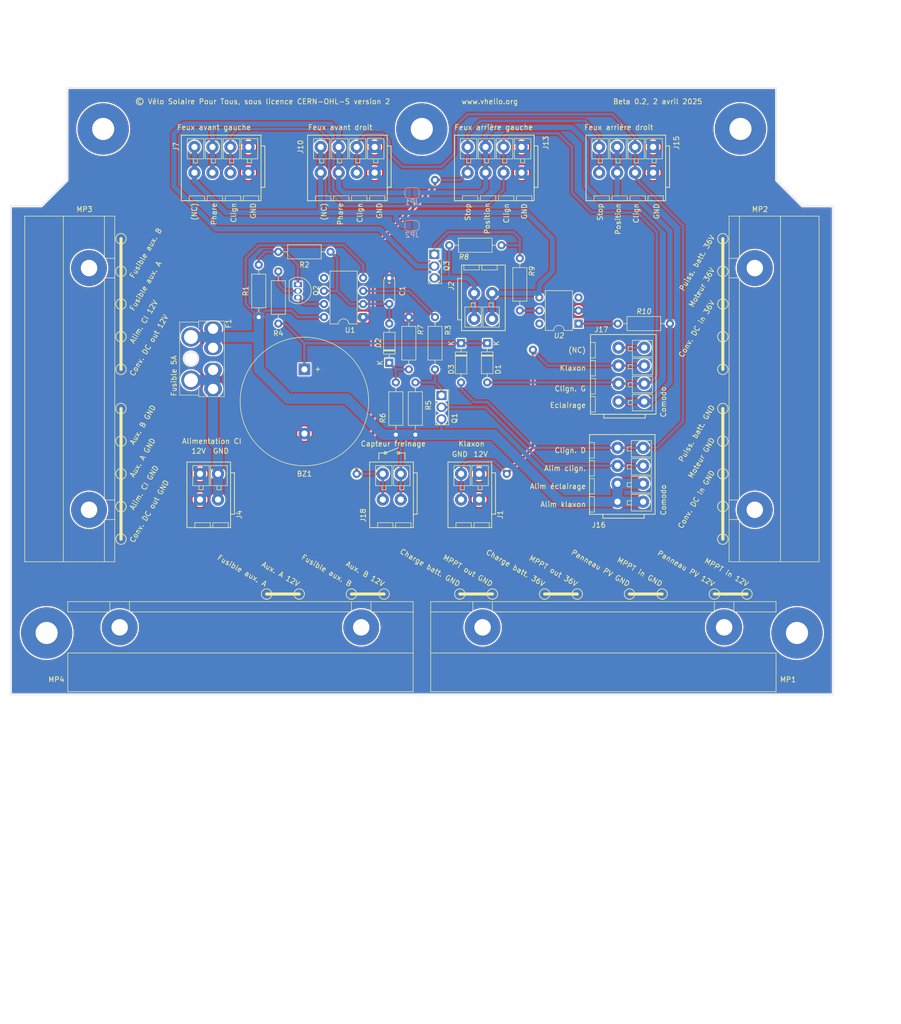
<source format=kicad_pcb>
(kicad_pcb (version 20211014) (generator pcbnew)

  (general
    (thickness 1.6)
  )

  (paper "A4")
  (layers
    (0 "F.Cu" signal)
    (31 "B.Cu" signal)
    (32 "B.Adhes" user "B.Adhesive")
    (33 "F.Adhes" user "F.Adhesive")
    (34 "B.Paste" user)
    (35 "F.Paste" user)
    (36 "B.SilkS" user "B.Silkscreen")
    (37 "F.SilkS" user "F.Silkscreen")
    (38 "B.Mask" user)
    (39 "F.Mask" user)
    (40 "Dwgs.User" user "User.Drawings")
    (41 "Cmts.User" user "User.Comments")
    (42 "Eco1.User" user "User.Eco1")
    (43 "Eco2.User" user "User.Eco2")
    (44 "Edge.Cuts" user)
    (45 "Margin" user)
    (46 "B.CrtYd" user "B.Courtyard")
    (47 "F.CrtYd" user "F.Courtyard")
    (48 "B.Fab" user)
    (49 "F.Fab" user)
    (50 "User.1" user)
    (51 "User.2" user)
    (52 "User.3" user)
    (53 "User.4" user)
    (54 "User.5" user)
    (55 "User.6" user)
    (56 "User.7" user)
    (57 "User.8" user)
    (58 "User.9" user)
  )

  (setup
    (stackup
      (layer "F.SilkS" (type "Top Silk Screen"))
      (layer "F.Paste" (type "Top Solder Paste"))
      (layer "F.Mask" (type "Top Solder Mask") (thickness 0.01))
      (layer "F.Cu" (type "copper") (thickness 0.035))
      (layer "dielectric 1" (type "core") (thickness 1.51) (material "FR4") (epsilon_r 4.5) (loss_tangent 0.02))
      (layer "B.Cu" (type "copper") (thickness 0.035))
      (layer "B.Mask" (type "Bottom Solder Mask") (thickness 0.01))
      (layer "B.Paste" (type "Bottom Solder Paste"))
      (layer "B.SilkS" (type "Bottom Silk Screen"))
      (copper_finish "None")
      (dielectric_constraints no)
    )
    (pad_to_mask_clearance 0)
    (pcbplotparams
      (layerselection 0x00010e0_ffffffff)
      (disableapertmacros false)
      (usegerberextensions false)
      (usegerberattributes true)
      (usegerberadvancedattributes true)
      (creategerberjobfile true)
      (svguseinch false)
      (svgprecision 6)
      (excludeedgelayer true)
      (plotframeref false)
      (viasonmask false)
      (mode 1)
      (useauxorigin false)
      (hpglpennumber 1)
      (hpglpenspeed 20)
      (hpglpendiameter 15.000000)
      (dxfpolygonmode true)
      (dxfimperialunits true)
      (dxfusepcbnewfont true)
      (psnegative false)
      (psa4output false)
      (plotreference true)
      (plotvalue true)
      (plotinvisibletext false)
      (sketchpadsonfab false)
      (subtractmaskfromsilk false)
      (outputformat 1)
      (mirror false)
      (drillshape 0)
      (scaleselection 1)
      (outputdirectory "")
    )
  )

  (net 0 "")
  (net 1 "GND")
  (net 2 "Net-(F1-Pad2)")
  (net 3 "Net-(D1-Pad2)")
  (net 4 "Net-(D3-Pad2)")
  (net 5 "/Phares")
  (net 6 "Net-(J13-Pad4)")
  (net 7 "Net-(J1-Pad2)")
  (net 8 "/Flasher/Out")
  (net 9 "unconnected-(J17-Pad4)")
  (net 10 "/12V_5A")
  (net 11 "Net-(Q1-Pad1)")
  (net 12 "Net-(C1-Pad1)")
  (net 13 "Net-(Q2-Pad1)")
  (net 14 "unconnected-(U1-Pad5)")
  (net 15 "Net-(Q2-Pad2)")
  (net 16 "/Flasher/Enable")
  (net 17 "Net-(Q2-Pad3)")
  (net 18 "Net-(R3-Pad1)")
  (net 19 "Net-(D2-Pad1)")
  (net 20 "Net-(J2-Pad1)")
  (net 21 "Net-(J10-Pad4)")
  (net 22 "Net-(J10-Pad3)")
  (net 23 "Net-(Q3-Pad1)")
  (net 24 "Net-(R9-Pad2)")
  (net 25 "Net-(R10-Pad1)")
  (net 26 "unconnected-(U2-Pad3)")
  (net 27 "unconnected-(U2-Pad6)")

  (footprint "circuit:Wago_221-500_SplicingConnectorHolder" (layer "F.Cu") (at 95.25 82.55 90))

  (footprint "circuit:MountingHole_5mm" (layer "F.Cu") (at 87 130))

  (footprint "circuit:Buzzer_25x16_12.5" (layer "F.Cu") (at 137.16 78.74 -90))

  (footprint "circuit:Wago_221-500_SplicingConnectorHolder" (layer "F.Cu") (at 124.714 128.905 180))

  (footprint "circuit:Generic_FuseHolder_MINI" (layer "F.Cu") (at 119.38 70.85 -90))

  (footprint "Resistor_THT:R_Axial_DIN0207_L6.3mm_D2.5mm_P10.16mm_Horizontal" (layer "F.Cu") (at 165.33 54.61))

  (footprint "circuit:TerminalBlock_Wago_2601-3102_1x02_P3.50mm_Vertical" (layer "F.Cu") (at 120.340003 104.06 180))

  (footprint "Resistor_THT:R_Axial_DIN0207_L6.3mm_D2.5mm_P10.16mm_Horizontal" (layer "F.Cu") (at 162.56 68.58 -90))

  (footprint "circuit:MountingHole_5mm" (layer "F.Cu") (at 98 32))

  (footprint "circuit:TerminalBlock_Wago_2601-3104_1x04_P3.50mm_Vertical" (layer "F.Cu") (at 179.4 40.5 180))

  (footprint "Package_DIP:DIP-8_W7.62mm" (layer "F.Cu") (at 148.59 68.58 180))

  (footprint "circuit:Strap_D2.0mm_Drill1.0mm" (layer "F.Cu") (at 176.53 99.06))

  (footprint "circuit:TerminalBlock_Wago_2601-3104_1x04_P3.50mm_Vertical" (layer "F.Cu") (at 205 40.5 180))

  (footprint "Resistor_THT:R_Axial_DIN0207_L6.3mm_D2.5mm_P10.16mm_Horizontal" (layer "F.Cu") (at 179.07 57.15 -90))

  (footprint "circuit:MountingHole_5mm" (layer "F.Cu") (at 222 32))

  (footprint "Diode_THT:D_DO-35_SOD27_P7.62mm_Horizontal" (layer "F.Cu") (at 172.72 73.66 -90))

  (footprint "Resistor_THT:R_Axial_DIN0207_L6.3mm_D2.5mm_P10.16mm_Horizontal" (layer "F.Cu") (at 198.12 69.85))

  (footprint "circuit:TO-92L_Inline" (layer "F.Cu") (at 135.89 62.23 -90))

  (footprint "circuit:TerminalBlock_Wago_2601-3104_1x04_P3.50mm_Vertical" (layer "F.Cu") (at 126.26 40.5 180))

  (footprint "circuit:TO-251-3_Vertical" (layer "F.Cu") (at 162.44 56.38 -90))

  (footprint "Resistor_THT:R_Axial_DIN0207_L6.3mm_D2.5mm_P10.16mm_Horizontal" (layer "F.Cu") (at 157.48 78.74 90))

  (footprint "circuit:TerminalBlock_Wago_2601-3104_1x04_P3.50mm_Vertical" (layer "F.Cu") (at 198.07 104.480004 90))

  (footprint "Resistor_THT:R_Axial_DIN0207_L6.3mm_D2.5mm_P10.16mm_Horizontal" (layer "F.Cu") (at 158.75 91.44 90))

  (footprint "circuit:Wago_221-500_SplicingConnectorHolder" (layer "F.Cu") (at 224.79 82.55 -90))

  (footprint "Resistor_THT:R_Axial_DIN0207_L6.3mm_D2.5mm_P10.16mm_Horizontal" (layer "F.Cu") (at 132.08 59.69 -90))

  (footprint "circuit:MountingHole_5mm" (layer "F.Cu") (at 160 32))

  (footprint "Resistor_THT:R_Axial_DIN0207_L6.3mm_D2.5mm_P10.16mm_Horizontal" (layer "F.Cu") (at 154.94 91.44 90))

  (footprint "circuit:Strap_D2.0mm_Drill1.0mm" (layer "F.Cu") (at 147.32 99.06))

  (footprint "Resistor_THT:R_Axial_DIN0207_L6.3mm_D2.5mm_P10.16mm_Horizontal" (layer "F.Cu") (at 128.27 68.58 90))

  (footprint "Resistor_THT:R_Axial_DIN0207_L6.3mm_D2.5mm_P10.16mm_Horizontal" (layer "F.Cu") (at 132.08 55.88))

  (footprint "circuit:Strap_D2.0mm_Drill1.0mm" (layer "F.Cu") (at 181.61 74.93))

  (footprint "Package_DIP:DIP-6_W7.62mm" (layer "F.Cu") (at 190.49 69.85 180))

  (footprint "Capacitor_THT:C_Disc_D4.3mm_W1.9mm_P5.00mm" (layer "F.Cu") (at 153.67 66 90))

  (footprint "circuit:Strap_D2.0mm_Drill1.0mm" (layer "F.Cu") (at 162.549996 41.91))

  (footprint "circuit:TerminalBlock_Wago_2601-3102_1x02_P3.50mm_Vertical" (layer "F.Cu") (at 170.18 63.9199))

  (footprint "Diode_THT:D_DO-35_SOD27_P7.62mm_Horizontal" (layer "F.Cu") (at 167.64 73.66 -90))

  (footprint "circuit:TerminalBlock_Wago_2601-3102_1x02_P3.50mm_Vertical" (layer "F.Cu") (at 171.140003 104.06 180))

  (footprint "circuit:Wago_221-500_SplicingConnectorHolder" (layer "F.Cu") (at 195.326 128.905 180))

  (footprint "circuit:TerminalBlock_Wago_2601-3102_1x02_P3.50mm_Vertical" (layer "F.Cu") (at 155.900003 104.06 180))

  (footprint "circuit:TerminalBlock_Wago_2601-3104_1x04_P3.50mm_Vertical" (layer "F.Cu")
    (tedit 67E5B593) (tstamp f0bb7a02-0e1b-4bf1-a79e-b4feecadb0c8)
    (at 198.2698 85.014998 90)
    (tags "Wago 2601-3104")
    (property "Sheetfile" "circuit.kicad_sch")
    (property "Sheetname" "")
    (path "/90f52f81-ab5d-4820-9fad-61f0087c4bbf")
    (attr through_hole)
    (fp_text reference "J17" (at 14.014998 -4.7698 unlocked) (layer "F.SilkS")
      (effects (font (size 1 1) (thickness 0.15)) (justify left))
      (tstamp 00f6a67c-a032-469e-9560-b139d4e1b4a7)
    )
    (fp_text value "Conn_Comodo_B" (at 4.925002 -2.9599 90 unlocked) (layer "F.Fab")
      (effects (font (size 1 1) (thickness 0.15)))
      (tstamp 4d65018e-4d1b-43c4-a8bd-5faea86df2b4)
    )
    (fp_text user "${REFERENCE}" (at -2.5 -3.5 90 unlocked) (layer "F.Fab")
      (effects (font (size 1 1) (thickness 0.15)) (justify left))
      (tstamp 382ce14f-0b78-4c2d-9fe1-67023cc607e4)
    )
    (fp_line (start 9.900004 1.9) (end 9.900004 2.7) (layer "F.SilkS") (width 0.12) (tstamp 0f81970b-f55e-4039-a8ff-40c0a07bab88))
    (fp_line (start -2.449998 -2.849999) (end -3.199999 -2.849999) (layer "F.SilkS") (width 0.1524) (tstamp 28449fbe-c83c-4caf-9302-16b9df6b395f))
    (fp_line (start 3.700004 2.7) (end 3.700004 1.9) (layer "F.SilkS") (width 0.12) (tstamp 2dc87334-fd40-4e01-9fef-3fdc57ef4547))
    (fp_line (start 11.500004 -5.5) (end 11.500004 -4.5) (layer "F.SilkS") (width 0.12) (tstamp 2de38d86-7c82-418c-99ca-14d4f0d099d3))
    (fp_line (start 8.700004 2.7) (end 11.900004 2.7) (layer "F.SilkS") (width 0.12) (tstamp 2f670aab-9e89-41fe-876d-bce239efa431))
    (fp_line (start 8.700004 6.6) (end 8.700004 2.7) (layer "F.SilkS") (width 0.12) (tstamp 355967bb-76d7-417b-99f5-a39dd20a6464))
    (fp_line (start 8.000004 -5.5) (end 8.000004 -4.5) (layer "F.SilkS") (width 0.12) (tstamp 3b15cc06-7d3c-4626-808e-cdda2174d896))
    (fp_line (start 7.200004 1.9) (end 6.400004 1.9) (layer "F.SilkS") (width 0.12) (tstamp 3d349242-813e-4b0d-b017-d7c82e86c036))
    (fp_line (start 5.200004 2.7) (end 8.400004 2.7) (layer "F.SilkS") (width 0.12) (tstamp 3f9478d4-122a-4960-956c-35916e723b41))
    (fp_line (start 8.400004 2.7) (end 8.400004 6.6) (layer "F.SilkS") (width 0.12) (tstamp 40305e0e-c9f1-49e6-9a11-38396c5aad44))
    (fp_line (start -2.449998 5.2) (end -3.199999 5.2) (layer "F.SilkS") (width 0.1524) (tstamp 4ca74f24-ecf3-4ff5-afc6-b10ba78ad56b))
    (fp_line (start 8.000004 -4.5) (end 5.000004 -4.5) (layer "F.SilkS") (width 0.12) (tstamp 4e9d9bbb-bb4b-4f71-a57a-a915249deb73))
    (fp_line (start 0.200004 1.9) (end -0.599996 1.9) (layer "F.SilkS") (width 0.12) (tstamp 518648e5-4c77-424a-b965-aef22f525c53))
    (fp_line (start 8.500004 -4.5) (end 8.500004 -5.5) (layer "F.SilkS") (width 0.12) (tstamp 5194aa52-8a01-4b48-9fe0-6f06965993f4))
    (fp_line (start 5.200004 6.6) (end 5.200004 2.7) (layer "F.SilkS") (width 0.12) (tstamp 580bcbef-c9c2-457f-8868-2dffbabb4aea))
    (fp_line (start 1.400004 6.6) (end -1.799996 6.6) (layer "F.SilkS") (width 0.12) (tstamp 67dceaff-b3ab-4673-8804-ffccf009d830))
    (fp_line (start -2.449999 7.300001) (end -2.449999 -5.449999) (layer "F.SilkS") (width 0.1524) (tstamp 6a44edfe-2ae4-4a26-af04-29021170551e))
    (fp_line (start 7.200004 2.7) (end 7.200004 1.9) (layer "F.SilkS") (width 0.12) (tstamp 6bac8064-9e5b-4360-8ae1-29dc97f679dc))
    (fp_line (start 8.400004 6.6) (end 5.200004 6.6) (layer "F.SilkS") (width 0.12) (tstamp 710a512b-7b56-4f7f-bfcb-35465a2e76f9))
    (fp_line (start -1.999996 -4.5) (end -1.999996 -5.5) (layer "F.SilkS") (width 0.12) (tstamp 76d14182-5fab-4f07-b34a-9bc7b5ea7c05))
    (fp_line (start 1.000004 -5.5) (end 1.000004 -4.5) (layer "F.SilkS") (width 0.12) (tstamp 79415c1b-cc22-4b7c-bc05-fd9d3e052059))
    (fp_line (start 11.900004 6.6) (end 8.700004 6.6) (layer "F.SilkS") (width 0.12) (tstamp 7aceb50e-cb67-4afd-9c8c-716237856cce))
    (fp_line (start 1.500004 -4.5) (end 1.500004 -5.5) (layer "F.SilkS") (width 0.12) (tstamp 7dc8afb2-47e3-4136-9ae3-dbe9b5c6384f))
    (fp_line (start 2.900004 1.9) (end 2.900004 2.7) (layer "F.SilkS") (width 0.12) (tstamp 7f0652db-34e0-4fb2-8abe-37eb1d07dc0f))
    (fp_line (start 1.000004 -4.5) (end -1.999996 -4.5) (layer "F.SilkS") (width 0.12) (tstamp 8d059e65-4e84-42b9-8a98-f1a833ba10dc))
    (fp_line (start 10.700004 2.7) (end 10.700004 1.9) (layer "F.SilkS") (width 0.12) (tstamp 91c13ed2-1035-4e8a-b348-26e573bcfce9))
    (fp_line (start 4.500004 -4.5) (end 1.500004 -4.5) (layer "F.SilkS") (width 0.12) (tstamp 922db659-b88c-4732-a911-2b45c05f13fc))
    (fp_line (start 11.500004 -4.5) (end 8.500004 -4.5) (layer "F.SilkS") (width 0.12) (tstamp 94bbdd44-f7f7-4f1f-93b7-2ab019235a58))
    (fp_line (start 4.900004 2.7) (end 4.900004 6.6) (layer "F.SilkS") (width 0.12) (tstamp 9c465d0a-3acf-44e4-926b-a8e6ae8ccd7b))
    (fp_line (start -2.449999 7.300001) (end 13.050002 7.300001) (layer "F.SilkS") (width 0.1524) (tstamp 9c8e37e8-5fb2-4bbf-bf72-b7b396f9cb47))
    (fp_line (start -0.599996 1.9) (end -0.599996 2.7) (layer "F.SilkS") (width 0.12) (tstamp 9f7adb6b-5df9-4d03-b0e6-cbdba04bf2fb))
    (fp_line (start 13.050002 -5.449999) (end 13.050002 7.300001) (layer "F.SilkS") (width 0.1524) (tstamp a02123a2-48d6-42d7-8224-1acec1028ae3))
    (fp_line (start 3.700004 1.9) (end 2.900004 1.9) (layer "F.SilkS") (width 0.12) (tstamp aa519abb-0e99-4d57-a68c-08794f0a2550))
    (fp_line (start 1.400004 2.7) (end 1.400004 6.6) (layer "F.SilkS") (width 0.12) (tstamp ac060b34-f677-47ee-900d-de2d436a0594))
    (fp_line (start -2.449999 -5.449999) (end 13.050002 -5.449999) (layer "F.SilkS") (width 0.1524) (tstamp b3d2b3b2-eee3-4354-96ae-35ebc3a7e3fd))
    (fp_line (start -1.799996 2.7) (end 1.400004 2.7) (layer "F.SilkS") (width 0.12) (tstamp b5439700-fda7-4956-b08c-8949e60f6fe5))
    (fp_line (start 4.900004 6.6) (end 1.700004 6.6) (layer "F.SilkS") (width 0.12) (tstamp bc4499ed-d675-4463-a987-f8cd58a9102c))
    (fp_line (start -1.799996 6.6) (end -1.799996 2.7) (layer "F.SilkS") (width 0.12) (tstamp d026afe8-5538-4de1-aecf-36ce48ac0de0))
    (fp_line (start 0.200004 2.7) (end 0.200004 1.9) (layer "F.SilkS") (width 0.12) (tstamp d3a2aff2-5f28-4465-9188-48602e8e75cc))
    (fp_line (start 5.000004 -4.5) (end 5.000004 -5.5) (layer "F.SilkS") (width 0.12) (tstamp d96154b3-e481-4778-addc-507db9c3272d))
    (fp_line (start 1.700004 2.7) (end 4.900004 2.7) (layer "F.SilkS") (width 0.12) (tstamp e2bdcc34-a8c3-4e8f-a2ac-f5a61abfc6ba))
    (fp_line (start 11.900004 2.7) (end 11.900004 6.6) (layer "F.SilkS") (width 0.12) (tstamp e50054c1-942f-418a-bfd7-d248cd0d4c57))
    (fp_line (start 1.700004 6.6) (end 1.700004 2.7) (layer "F.SilkS") (width 0.12) (tstamp ec0b3062-fec8-4159-b282-3c3e632ad68c))
    (fp_line (start 10.700004 1.9) (end 9.900004 1.9) (layer "F.SilkS") (width 0.12) (tstamp f149694e-4336-45f7-8a0b-aed91118ad18))
    (fp_line (start 4.500004 -5.5) (end 4.500004 -4.5) (layer "F.SilkS") (width 0.12) (tstamp f98a1b91-9aa3-4c7d-9ab6-cc42f1ef1222))
    (fp_line (start -3.199999 5.2) (end -3.199999 -2.849999) (layer "F.SilkS") (width 0.1524) (tstamp fa554101-4328-4c98-9592-c6659e0acd71))
    (fp_line (start 6.400004 1.9) (end 6.400004 2.7) (layer "F.SilkS") (width 0.12) (tstamp fbdeacd2-5f57-493f-956d-539f97abf67b))
    (fp_line (start 13.304002 7.554001) (end 13.304002 -5.703999) (layer "F.CrtYd") (width 0.1524) (tstamp 110e359e-5f88-4430-8754-51124b3f8591))
    (fp_line (start -3.453998 7.554001) (end 13.304002 7.554001) (layer "F.CrtYd") (width 0.1524) (tstamp d80c7616-7cc4-4a44-a28a-538f77882cc1))
    (fp_line (start 13.304002 -5.703999) (end -3.453998 -5.703999) (layer "F.CrtYd") (width 0.1524) (tstamp f6dd3a30-118f-450f-a0e1-e755e60c59b2))
    (fp_line (start -3.453998 -5.703999) (end -3.453998 7.554001) (layer "F.CrtYd") (width 0.1524) (tstamp ffb2a04f-519f-4d64-837d-926b42c94e96))
    (fp_line (start 5.000004 -5.5) (end 8.000004 -5.5) (layer "F.Fab") (width 0.1) (tstamp 037de9aa-a34e-4431-8769-841d7d04060a))
    (fp_line (start 4.500004 -13.5) (end 1.500004 -13.5) (layer "F.Fab") (width 0.1) (tstamp 04c74dd5-f6c8-4c9d-8c28-3b17ac54986b))
    (fp_line (start -1.999996 -5.5) (end 1.000004 -5.5) (layer "F.Fab") (width 0.1) (tstamp 0653ab69-e029-4b96-ac20-3fc5f586df4c))
    (fp_line (start 11.500004 -5.5) (end 11.500004 -13.5) (layer "F.Fab") (width 0.1) (tstamp 18a17eb6-f45e-4c15-bce2-217ce6b1e774))
    (fp_line (start 4.500004 -5.5) (end 4.500004 -13.5) (layer "F.Fab") (width 0.1) (tstamp 264d62b2-4dce-43cb-8ed6-cc9704332239))
    (fp_line (start 8.000004 -13.5) (end 5.000004 -13.5) (layer "F.Fab") (width 0.1) (tstamp 2af80b09-e4ec-4fbf-9a6a-889b6439a0cb))
    (fp_line (start 8.000004 -5.5) (end 8.000004 -13.5) (layer "F.Fab") (width 0.1) (tstamp 2c831197-3673-4a55-945e-4f3263f57df0))
    (fp_line (start 1.500004 -13.5) (end 1.500004 -5.5) (layer "F.Fab") (width 0.1) (tstamp 2f4248fc-bac1-4746-8fce-b7d7e338527c))
    (fp_line (start -3.199999 5.2) (end -3.199999 -2.849999) (layer "F.Fab") (width 0.0254) (tstamp 5d335cde-5d82-409a-94b4-460411cc13b4))
    (fp_line (start 1.500004 -5.5) (end 4.500004 -5.5) (layer "F.Fab") (width 0.1) (tstamp 624700dd-baae-4a20-a2e6-b73e4b0e622b))
    (fp_line (start -2.449999 7.300001) (end -2.449999 -5.449999) (layer "F.Fab") (width 0.0254) (tstamp 6bd49631-1768-47cd-8529-b0e9abf84fcc))
    (fp_line (start -2.449998 5.2) (end -3.199999 5.2) (layer "F.Fab") (width 0.0254) (tstamp 7727d576-9cb7-40e7-a454-bc3de6719932))
    (fp_line (start 1.000004 -13.5) (end -1.999996 -13.5) (layer "F.Fab") (width 0.1) (tstamp 8258c8e2-5f0a-41a7-a67d-d3054f44d244))
    (fp_line (start 13.050002 -5.449999) (end 13.050002 7.300001) (layer "F.Fab") (width 0.0254) (tstamp 84625814-3c34-4997-9c1c-566a30048a0f))
    (fp_line (start 5.000004 -13.5) (end 5.000004 -5.5) (layer "F.Fab") (width 0.1) (tstamp 901ecf50-b5b1-4442-9f78-15fbc62c10b5))
    (fp_line (start -1.999996 -13.5) (end -1.999996 -5.5) (layer "F.Fab") (width 0.1) (tstamp a3d65116-caf8-44db-9529-7f66d3f2b20e))
    (fp_line (start -2.449999 7.300001) (end 13.050002 7.300001) (layer "F.Fab") (width 0.0254) (tstamp b28f3137-f7d9-42eb-8fa2-54c6b8433ccd))
    (fp_line (start 8.500004 -5.5) (end 11.500004 -5.5) (layer "F.Fab") (width 0.1) (tstamp b2e36d1d-3f98-4b91-bfed-417c09bb03e1))
    (fp_line (start 8.500004 -13.5) (end 8.500004 -5.5) (layer "F.Fab") (width 0.1) (tstamp b6faa3d1-9cab-4cf0-bbf1-abc808bc9059))
    (fp_line (start -2.449998 -2.849999) (end -3.199999 -2.849999) (layer "F.Fab") (width 0.0254) (tstamp baa08606-faaa-40a4-8243-f2559d90760d))
    (fp_line (start -2.449999 -5.449999) (end 13.050002 -5.449999) (layer "F.Fab") (width 0.0254) (tstamp c4416a0d-4e3c-4c32-a29d-3eba7ddf3012))
    (fp_line (start 11.500004 -13.5) (end 8.500004 -13.5) (layer "F.Fab") (width 0.1) (tstamp d585006f-9358-47f4-9303-a822a0a26736))
    (fp_line (start 1.000004 -5.5) (end 1.000004 -13.5) (layer "F.Fab") (width 0.1) (tstamp da4d06af-2dcb-4ea0-8ec1-6de34a3ad748))
    (pad "1" thru_hole circle (at 0 0 90) (size 2.4 2.4) (drill 1.2) (layers *.Cu *.Mask)
      (net 5 "/Phares") (pinfunction "Eclairage_Out") (pintype "passive") (tstamp 52f557c6-497a-45d3-b9e2-7c54cb5ca23a))
    (pad "1" thru_hole circle (at 0 5 90) (size 2.4 2.4) (drill 1.2) (layer
... [1164057 chars truncated]
</source>
